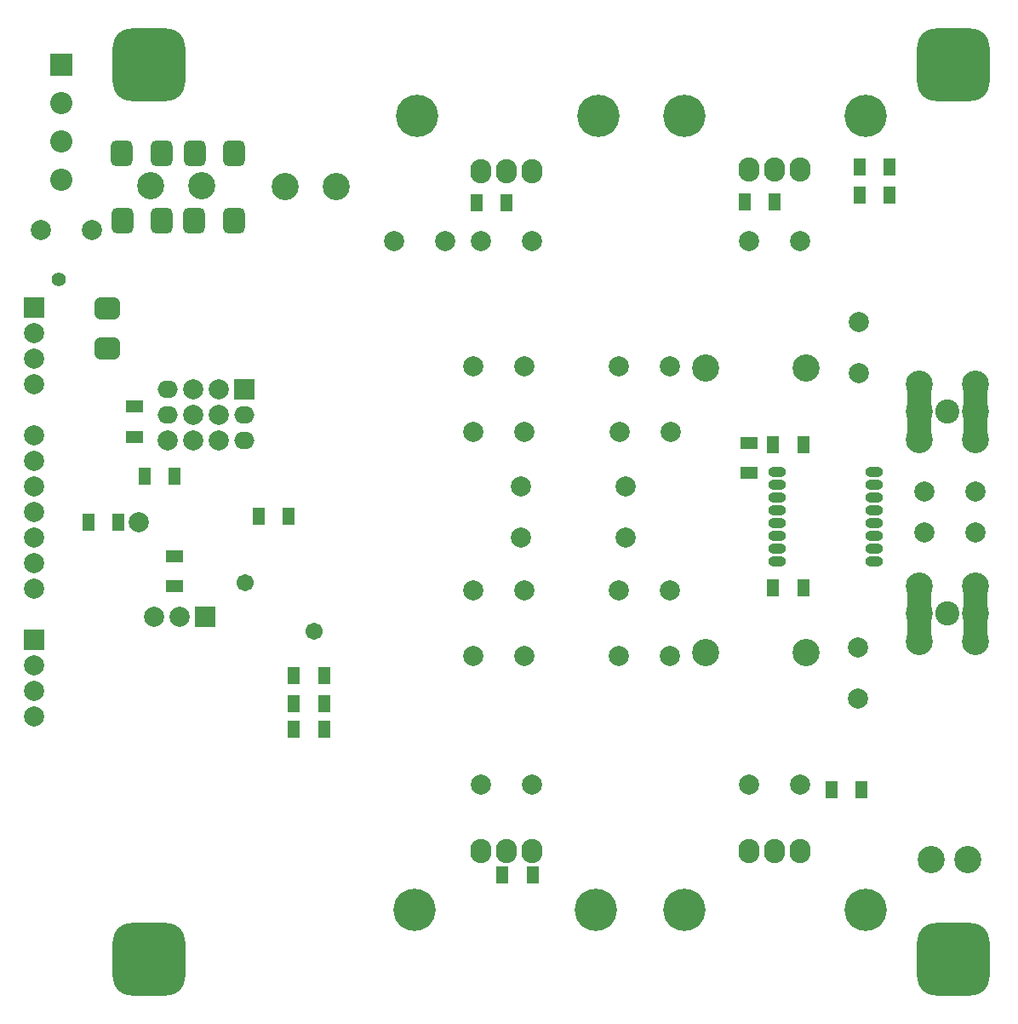
<source format=gbs>
G04 Layer_Color=16711935*
%FSLAX44Y44*%
%MOMM*%
G71*
G01*
G75*
%ADD50R,1.2032X1.8032*%
%ADD52R,1.8032X1.2032*%
G04:AMPARAMS|DCode=55|XSize=2.2032mm|YSize=2.6032mm|CornerRadius=0.6016mm|HoleSize=0mm|Usage=FLASHONLY|Rotation=180.000|XOffset=0mm|YOffset=0mm|HoleType=Round|Shape=RoundedRectangle|*
%AMROUNDEDRECTD55*
21,1,2.2032,1.4000,0,0,180.0*
21,1,1.0000,2.6032,0,0,180.0*
1,1,1.2032,-0.5000,0.7000*
1,1,1.2032,0.5000,0.7000*
1,1,1.2032,0.5000,-0.7000*
1,1,1.2032,-0.5000,-0.7000*
%
%ADD55ROUNDEDRECTD55*%
%ADD60C,2.0032*%
%ADD61C,2.7032*%
%ADD62R,2.0032X2.0032*%
%ADD63O,2.1032X2.4032*%
%ADD64C,4.2032*%
G04:AMPARAMS|DCode=65|XSize=7.2032mm|YSize=7.2032mm|CornerRadius=1.8516mm|HoleSize=0mm|Usage=FLASHONLY|Rotation=0.000|XOffset=0mm|YOffset=0mm|HoleType=Round|Shape=RoundedRectangle|*
%AMROUNDEDRECTD65*
21,1,7.2032,3.5000,0,0,0.0*
21,1,3.5000,7.2032,0,0,0.0*
1,1,3.7032,1.7500,-1.7500*
1,1,3.7032,-1.7500,-1.7500*
1,1,3.7032,-1.7500,1.7500*
1,1,3.7032,1.7500,1.7500*
%
%ADD65ROUNDEDRECTD65*%
%ADD66R,2.0032X2.0032*%
%ADD67O,2.0032X1.7032*%
%ADD68R,2.2032X2.2032*%
%ADD69C,2.2032*%
%ADD70C,2.4032*%
%ADD71C,1.7032*%
%ADD72C,1.4032*%
%ADD74R,2.3876X5.5118*%
%ADD75R,2.3876X5.6134*%
G04:AMPARAMS|DCode=76|XSize=2.2032mm|YSize=2.6032mm|CornerRadius=0.6016mm|HoleSize=0mm|Usage=FLASHONLY|Rotation=270.000|XOffset=0mm|YOffset=0mm|HoleType=Round|Shape=RoundedRectangle|*
%AMROUNDEDRECTD76*
21,1,2.2032,1.4000,0,0,270.0*
21,1,1.0000,2.6032,0,0,270.0*
1,1,1.2032,-0.7000,-0.5000*
1,1,1.2032,-0.7000,0.5000*
1,1,1.2032,0.7000,0.5000*
1,1,1.2032,0.7000,-0.5000*
%
%ADD76ROUNDEDRECTD76*%
%ADD77O,1.8032X1.0032*%
D50*
X25668Y-360680D02*
D03*
X-4332D02*
D03*
X322820Y-275590D02*
D03*
X352820D02*
D03*
X295162Y-74930D02*
D03*
X265162D02*
D03*
X-211850Y-162560D02*
D03*
X-181850D02*
D03*
X-211850Y-215900D02*
D03*
X-181850D02*
D03*
X-211850Y-190500D02*
D03*
X-181850D02*
D03*
X294908Y66802D02*
D03*
X264908D02*
D03*
X-246902Y-4064D02*
D03*
X-216902D02*
D03*
X-386320Y-10160D02*
D03*
X-416320D02*
D03*
X-330200Y35560D02*
D03*
X-360200D02*
D03*
X350760Y314960D02*
D03*
X380760D02*
D03*
X351000Y342900D02*
D03*
X381000D02*
D03*
X-30240Y307340D02*
D03*
X-240D02*
D03*
X266460Y308610D02*
D03*
X236460D02*
D03*
D52*
X-370332Y74916D02*
D03*
Y104916D02*
D03*
X241046Y68848D02*
D03*
Y38848D02*
D03*
X-330200Y-43660D02*
D03*
Y-73660D02*
D03*
D55*
X-382778Y356616D02*
D03*
X-343408D02*
D03*
X-310388D02*
D03*
X-271018D02*
D03*
X-310642Y289306D02*
D03*
X-271272D02*
D03*
X-382524Y289560D02*
D03*
X-343154D02*
D03*
D60*
X349758Y-134874D02*
D03*
Y-185674D02*
D03*
X350266Y188468D02*
D03*
Y137668D02*
D03*
X111760Y-143000D02*
D03*
X162560D02*
D03*
X111760Y-77470D02*
D03*
X162560D02*
D03*
X-33270Y79250D02*
D03*
X17530D02*
D03*
X-33274Y144780D02*
D03*
X17526D02*
D03*
X13970Y-25400D02*
D03*
Y25400D02*
D03*
X118110D02*
D03*
Y-25400D02*
D03*
X-350520Y-104140D02*
D03*
X-325120D02*
D03*
X292100Y-270510D02*
D03*
X241300D02*
D03*
X25400D02*
D03*
X-25400D02*
D03*
X-469900Y127000D02*
D03*
Y152400D02*
D03*
Y177800D02*
D03*
Y76200D02*
D03*
Y50800D02*
D03*
Y25400D02*
D03*
Y0D02*
D03*
Y-25400D02*
D03*
Y-76200D02*
D03*
Y-50800D02*
D03*
Y-203200D02*
D03*
Y-177800D02*
D03*
Y-152400D02*
D03*
X-286766Y121666D02*
D03*
X-312166D02*
D03*
X-286766Y96266D02*
D03*
X-312166D02*
D03*
X-286766Y70866D02*
D03*
X-312166D02*
D03*
X-337566D02*
D03*
X-111760Y269240D02*
D03*
X-60960D02*
D03*
X-463550Y280416D02*
D03*
X-412750D02*
D03*
X292100Y269240D02*
D03*
X241300D02*
D03*
X-25400D02*
D03*
X25400D02*
D03*
X415544Y-20000D02*
D03*
X466344D02*
D03*
X415544Y20000D02*
D03*
X466344D02*
D03*
X162560Y144780D02*
D03*
X111760D02*
D03*
X162814Y79248D02*
D03*
X112014D02*
D03*
X17530Y-77470D02*
D03*
X-33270D02*
D03*
X17530Y-143002D02*
D03*
X-33270D02*
D03*
X-365760Y-10160D02*
D03*
D61*
X422470Y-345440D02*
D03*
X458470D02*
D03*
X297650Y143510D02*
D03*
X197650D02*
D03*
X297650Y-139700D02*
D03*
X197650D02*
D03*
X-169418Y323850D02*
D03*
X-220218D02*
D03*
X-303022Y324104D02*
D03*
X-353822D02*
D03*
X466090Y100330D02*
D03*
X410210D02*
D03*
Y72390D02*
D03*
X466090D02*
D03*
Y127000D02*
D03*
X410210D02*
D03*
X466090Y-100330D02*
D03*
X410210D02*
D03*
Y-128270D02*
D03*
X466090D02*
D03*
Y-73660D02*
D03*
X410210D02*
D03*
D62*
X-299720Y-104140D02*
D03*
X-261366Y121666D02*
D03*
D63*
X25400Y-336550D02*
D03*
X0D02*
D03*
X-25400D02*
D03*
X292100D02*
D03*
X266700D02*
D03*
X241300D02*
D03*
Y340360D02*
D03*
X266700D02*
D03*
X292100D02*
D03*
X25400Y339090D02*
D03*
X0D02*
D03*
X-25400D02*
D03*
D64*
X176530Y-394970D02*
D03*
X356870D02*
D03*
X91440Y393700D02*
D03*
X-88900D02*
D03*
X356870D02*
D03*
X176530D02*
D03*
X88900Y-394970D02*
D03*
X-91440D02*
D03*
D65*
X-355600Y-444500D02*
D03*
X444500Y444500D02*
D03*
X-355600D02*
D03*
X444500Y-444500D02*
D03*
D66*
X-469900Y203200D02*
D03*
Y-127000D02*
D03*
D67*
X-337566Y121666D02*
D03*
X-261366Y96266D02*
D03*
X-337566D02*
D03*
X-261366Y70866D02*
D03*
D68*
X-442976Y444754D02*
D03*
D69*
Y406654D02*
D03*
Y368554D02*
D03*
Y330454D02*
D03*
D70*
X438150Y100330D02*
D03*
Y-100330D02*
D03*
D71*
X-191262Y-118364D02*
D03*
X-259842Y-70612D02*
D03*
D72*
X-445262Y230886D02*
D03*
D74*
X410210Y99695D02*
D03*
Y-100965D02*
D03*
D75*
X466090Y98933D02*
D03*
Y-101727D02*
D03*
D76*
X-397510Y202184D02*
D03*
Y162814D02*
D03*
D77*
X365506Y39878D02*
D03*
X268906D02*
D03*
Y-49022D02*
D03*
Y-36322D02*
D03*
Y-23622D02*
D03*
Y-10922D02*
D03*
Y1778D02*
D03*
Y14478D02*
D03*
Y27178D02*
D03*
X365506Y-49072D02*
D03*
Y-36322D02*
D03*
Y-23622D02*
D03*
Y-10922D02*
D03*
Y1778D02*
D03*
Y14478D02*
D03*
Y27178D02*
D03*
M02*

</source>
